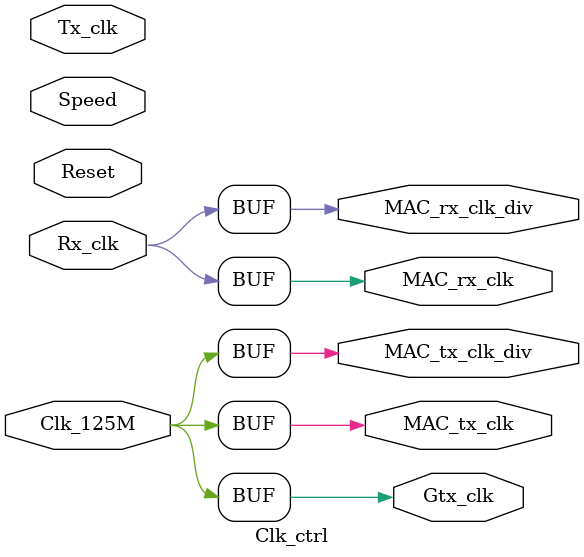
<source format=v>

module Clk_ctrl(   
Reset           ,
Clk_125M        ,
//host interface,
Speed           ,
//Phy interface ,
Gtx_clk         ,
Rx_clk          ,
Tx_clk          ,
//interface clk ,
MAC_tx_clk      ,
MAC_rx_clk      ,
MAC_tx_clk_div  ,
MAC_rx_clk_div  
);
input           Reset           ;
input           Clk_125M        ;
                //host interface
input   [2:0]   Speed           ;       
                //Phy interface         
output          Gtx_clk         ;//used only in GMII mode
input           Rx_clk          ;
input           Tx_clk          ;//used only in MII mode
                //interface clk signals
output          MAC_tx_clk      ;
output          MAC_rx_clk      ;
output          MAC_tx_clk_div  ;
output          MAC_rx_clk_div  ;


// ******************************************************************************
// internal signals                                                              
// ******************************************************************************
wire            Rx_clk_div2 ;
wire            Tx_clk_div2 ;
// ******************************************************************************
//                                                              
// ******************************************************************************
   assign 	Gtx_clk          = Clk_125M                   ;
   assign 	MAC_rx_clk       = Rx_clk                     ;
   assign 	MAC_rx_clk_div   = Rx_clk                     ;
   assign 	MAC_tx_clk       = Clk_125M;
   assign 	MAC_tx_clk_div   = Clk_125M;
   

   /* 
eth_clk_div2 U_0_CLK_DIV2(
.Reset          (Reset          ),
.IN             (Rx_clk         ),
.OUT            (Rx_clk_div2    )
);

eth_clk_div2 U_1_CLK_DIV2(
.Reset          (Reset          ),
.IN             (Tx_clk         ),
.OUT            (Tx_clk_div2    )
);

eth_clk_switch U_0_CLK_SWITCH(
.IN_0           (Rx_clk_div2    ),
.IN_1           (Rx_clk         ),
.SW             (Speed[2]       ),
.OUT            (MAC_rx_clk_div )
);

eth_clk_switch U_1_CLK_SWITCH(
.IN_0           (Tx_clk         ),
.IN_1           (Clk_125M       ),
.SW             (Speed[2]       ),
.OUT            (MAC_tx_clk     )
);

eth_clk_switch U_2_CLK_SWITCH(
.IN_0           (Tx_clk_div2    ),
.IN_1           (Clk_125M       ),
.SW             (Speed[2]       ),
.OUT            (MAC_tx_clk_div )
);

    */
endmodule

</source>
